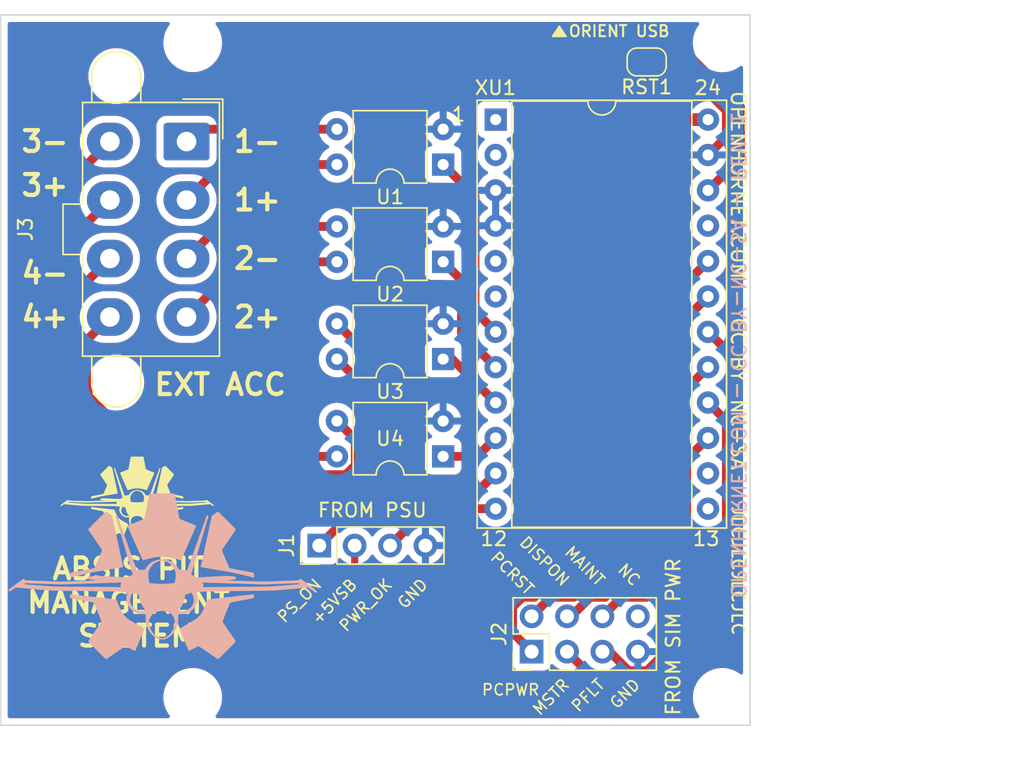
<source format=kicad_pcb>
(kicad_pcb (version 20211014) (generator pcbnew)
  (title_block (title "ABSIS Pit Management System") (date "2023-02-10") (rev "1") (company "www.openhornet.com") (comment 1 "License:  CC BY-NC-SA"))
  (layers (0 "F.Cu" mixed) (31 "B.Cu" mixed) (34 "B.Paste" user) (35 "F.Paste" user) (36 "B.SilkS" user "B.Silkscreen") (37 "F.SilkS" user "F.Silkscreen") (38 "B.Mask" user) (39 "F.Mask" user) (44 "Edge.Cuts" user))
  (net 0 "")
  (net 1 "GND")
  (net 2 "+5V")
  (net 3 "/A3")
  (net 4 "/A2")
  (net 5 "/A1")
  (net 6 "/A0")
  (net 7 "/D4_A6")
  (net 8 "/~{SCL_D3}")
  (net 9 "/SDA_D2")
  (net 10 "/~{D10_A10}")
  (net 11 "/D8_A8")
  (net 12 "/D16_MOSI")
  (net 13 "/D7")
  (net 14 "/D14_MISO")
  (net 15 "/~{D6_A7}")
  (net 16 "/D15_SCK")
  (net 17 "/TX0_D1")
  (net 18 "/~{D5}")
  (net 19 "/RX1_D0")
  (net 20 "/RST")
  (net 21 "/PWR_OK")
  (net 22 "/+5VSB")
  (net 23 "Net-(J2-Pad8)")
  (net 24 "/EXT_ACC4-")
  (net 25 "/EXT_ACC4+")
  (net 26 "/EXT_ACC3-")
  (net 27 "/EXT_ACC3+")
  (net 28 "/EXT_ACC2-")
  (net 29 "/EXT_ACC2+")
  (net 30 "/EXT_ACC1-")
  (net 31 "/EXT_ACC1+")
  (footprint "MountingHole:MountingHole_3.2mm_M3_DIN965" (layer "F.Cu") (at 155.81 65.81)
    (fp_text reference "H2" hide)
    (fp_text value "MH")
    (pad "" np_thru_hole circle locked (at 0 0) (size 3.2 3.2) (drill 3.2) (layers *.Cu *.Mask))
  )
  (footprint "MountingHole:MountingHole_3.2mm_M3_DIN965" (layer "F.Cu") (at 155.81 112.81)
    (fp_text reference "H4" hide)
    (fp_text value "MH")
    (pad "" np_thru_hole circle locked (at 0 0) (size 3.2 3.2) (drill 3.2) (layers *.Cu *.Mask))
  )
  (footprint "Package_DIP:DIP-24_W15.24mm_Socket" (layer "F.Cu") (at 139.5476 71.3232)
    (fp_text reference "XU1" (at -0.0127 -2.286) (layer "F.SilkS"))
    (fp_text value "ProMicro_5V/16Hz")
    (pad "1" thru_hole rect locked (at 0 0) (size 1.6 1.6) (drill 0.8) (layers *.Cu *.Mask) (net 17 "/TX0_D1"))
    (pad "2" thru_hole oval locked (at 0 2.54) (size 1.6 1.6) (drill 0.8) (layers *.Cu *.Mask) (net 19 "/RX1_D0"))
    (pad "3" thru_hole oval locked (at 0 5.08) (size 1.6 1.6) (drill 0.8) (layers *.Cu *.Mask) (net 1 "GND"))
    (pad "4" thru_hole oval locked (at 0 7.62) (size 1.6 1.6) (drill 0.8) (layers *.Cu *.Mask) (net 1 "GND"))
    (pad "5" thru_hole oval locked (at 0 10.16) (size 1.6 1.6) (drill 0.8) (layers *.Cu *.Mask) (net 9 "/SDA_D2"))
    (pad "6" thru_hole oval locked (at 0 12.7) (size 1.6 1.6) (drill 0.8) (layers *.Cu *.Mask) (net 8 "/~{SCL_D3}"))
    (pad "7" thru_hole oval locked (at 0 15.24) (size 1.6 1.6) (drill 0.8) (layers *.Cu *.Mask) (net 7 "/D4_A6"))
    (pad "8" thru_hole oval locked (at 0 17.78) (size 1.6 1.6) (drill 0.8) (layers *.Cu *.Mask) (net 18 "/~{D5}"))
    (pad "9" thru_hole oval locked (at 0 20.32) (size 1.6 1.6) (drill 0.8) (layers *.Cu *.Mask) (net 15 "/~{D6_A7}"))
    (pad "10" thru_hole oval locked (at 0 22.86) (size 1.6 1.6) (drill 0.8) (layers *.Cu *.Mask) (net 13 "/D7"))
    (pad "11" thru_hole oval locked (at 0 25.4) (size 1.6 1.6) (drill 0.8) (layers *.Cu *.Mask) (net 11 "/D8_A8"))
    (pad "12" thru_hole oval locked (at 0 27.94) (size 1.6 1.6) (drill 0.8) (layers *.Cu *.Mask) (net 21 "/PWR_OK"))
    (pad "13" thru_hole oval locked (at 15.24 27.94) (size 1.6 1.6) (drill 0.8) (layers *.Cu *.Mask) (net 10 "/~{D10_A10}"))
    (pad "14" thru_hole oval locked (at 15.24 25.4) (size 1.6 1.6) (drill 0.8) (layers *.Cu *.Mask) (net 12 "/D16_MOSI"))
    (pad "15" thru_hole oval locked (at 15.24 22.86) (size 1.6 1.6) (drill 0.8) (layers *.Cu *.Mask) (net 14 "/D14_MISO"))
    (pad "16" thru_hole oval locked (at 15.24 20.32) (size 1.6 1.6) (drill 0.8) (layers *.Cu *.Mask) (net 16 "/D15_SCK"))
    (pad "17" thru_hole oval locked (at 15.24 17.78) (size 1.6 1.6) (drill 0.8) (layers *.Cu *.Mask) (net 6 "/A0"))
    (pad "18" thru_hole oval locked (at 15.24 15.24) (size 1.6 1.6) (drill 0.8) (layers *.Cu *.Mask) (net 5 "/A1"))
    (pad "19" thru_hole oval locked (at 15.24 12.7) (size 1.6 1.6) (drill 0.8) (layers *.Cu *.Mask) (net 4 "/A2"))
    (pad "20" thru_hole oval locked (at 15.24 10.16) (size 1.6 1.6) (drill 0.8) (layers *.Cu *.Mask) (net 3 "/A3"))
    (pad "21" thru_hole oval locked (at 15.24 7.62) (size 1.6 1.6) (drill 0.8) (layers *.Cu *.Mask) (net 2 "+5V"))
    (pad "22" thru_hole oval locked (at 15.24 5.08) (size 1.6 1.6) (drill 0.8) (layers *.Cu *.Mask) (net 20 "/RST"))
    (pad "23" thru_hole oval locked (at 15.24 2.54) (size 1.6 1.6) (drill 0.8) (layers *.Cu *.Mask) (net 1 "GND"))
    (pad "24" thru_hole oval locked (at 15.24 0) (size 1.6 1.6) (drill 0.8) (layers *.Cu *.Mask) (net 22 "/+5VSB"))
  )
  (footprint "Connector_PinHeader_2.54mm:PinHeader_1x04_P2.54mm_Vertical" (layer "F.Cu") (at 126.89 101.91 90)
    (fp_text reference "J1" (at 0 -2.33 90) (layer "F.SilkS"))
    (fp_text value "FROM PSU" (at 2.54 3.81 180) (layer "F.SilkS"))
    (pad "1" thru_hole rect locked (at 0 0 90) (size 1.7 1.7) (drill 1) (layers *.Cu *.Mask) (net 11 "/D8_A8"))
    (pad "2" thru_hole oval locked (at 0 2.54 90) (size 1.7 1.7) (drill 1) (layers *.Cu *.Mask) (net 22 "/+5VSB"))
    (pad "3" thru_hole oval locked (at 0 5.08 90) (size 1.7 1.7) (drill 1) (layers *.Cu *.Mask) (net 21 "/PWR_OK"))
    (pad "4" thru_hole oval locked (at 0 7.62 90) (size 1.7 1.7) (drill 1) (layers *.Cu *.Mask) (net 1 "GND"))
  )
  (footprint "Connector_Molex:Molex_Mini-Fit_Jr_5566-08A2_2x04_P4.20mm_Vertical" (layer "F.Cu") (at 117.365 72.9 -90)
    (fp_text reference "J3" (at 6.3 11.555 90) (layer "F.SilkS"))
    (fp_text value "EXT ACC OUT")
    (pad "" np_thru_hole circle locked (at -4.7 5.04 270) (size 3 3) (drill 3) (layers *.Cu *.Mask))
    (pad "" np_thru_hole circle locked (at 17.3 5.04 270) (size 3 3) (drill 3) (layers *.Cu *.Mask))
    (pad "1" thru_hole roundrect locked (at 0 0 270) (size 2.7 3.3) (drill 1.4) (layers *.Cu *.Mask) (roundrect_rratio 0.09259296296) (net 30 "/EXT_ACC1-"))
    (pad "2" thru_hole oval locked (at 4.2 0 270) (size 2.7 3.3) (drill 1.4) (layers *.Cu *.Mask) (net 31 "/EXT_ACC1+"))
    (pad "3" thru_hole oval locked (at 8.4 0 270) (size 2.7 3.3) (drill 1.4) (layers *.Cu *.Mask) (net 28 "/EXT_ACC2-"))
    (pad "4" thru_hole oval locked (at 12.6 0 270) (size 2.7 3.3) (drill 1.4) (layers *.Cu *.Mask) (net 29 "/EXT_ACC2+"))
    (pad "5" thru_hole oval locked (at 0 5.5 270) (size 2.7 3.3) (drill 1.4) (layers *.Cu *.Mask) (net 26 "/EXT_ACC3-"))
    (pad "6" thru_hole oval locked (at 4.2 5.5 270) (size 2.7 3.3) (drill 1.4) (layers *.Cu *.Mask) (net 27 "/EXT_ACC3+"))
    (pad "7" thru_hole oval locked (at 8.4 5.5 270) (size 2.7 3.3) (drill 1.4) (layers *.Cu *.Mask) (net 24 "/EXT_ACC4-"))
    (pad "8" thru_hole oval locked (at 12.6 5.5 270) (size 2.7 3.3) (drill 1.4) (layers *.Cu *.Mask) (net 25 "/EXT_ACC4+"))
  )
  (footprint "KiCAD Libraries:OH_LOGO_ONLY_11x6mm" (layer "F.Cu") (at 113.8344 98.6302)
    (fp_text reference "LOGO1" hide)
    (fp_text value "OpenHornetLogoSmall" hide)
  )
  (footprint "Jumper:SolderJumper-2_P1.3mm_Open_RoundedPad1.0x1.5mm" (layer "F.Cu") (at 150.385 67.185 180)
    (fp_text reference "RST1" (at 0 -1.8) (layer "F.SilkS"))
    (fp_text value "RST")
    (pad "1" smd custom locked (at -0.65 0 180) (size 1 0.5) (layers "F.Cu" "F.Mask") (net 1 "GND") (options (clearance outline) (anchor rect)) (primitives (gr_circle (center 0 0.25) (end 0.5 0.25) (width 0) (fill yes)) (gr_circle (center 0 -0.25) (end 0.5 -0.25) (width 0) (fill yes)) (gr_poly (pts (xy 0 -0.75) (xy 0.5 -0.75) (xy 0.5 0.75) (xy 0 0.75)) (width 0) (fill yes))))
    (pad "2" smd custom locked (at 0.65 0 180) (size 1 0.5) (layers "F.Cu" "F.Mask") (net 20 "/RST") (options (clearance outline) (anchor rect)) (primitives (gr_circle (center 0 0.25) (end 0.5 0.25) (width 0) (fill yes)) (gr_circle (center 0 -0.25) (end 0.5 -0.25) (width 0) (fill yes)) (gr_poly (pts (xy 0 -0.75) (xy -0.5 -0.75) (xy -0.5 0.75) (xy 0 0.75)) (width 0) (fill yes))))
  )
  (footprint "Package_DIP:DIP-4_W7.62mm" (layer "F.Cu") (at 135.78 74.551 180)
    (fp_text reference "U1" (at 3.81 -2.33) (layer "F.SilkS"))
    (fp_text value "140817140010")
    (pad "1" thru_hole rect locked (at 0 0 180) (size 1.6 1.6) (drill 0.8) (layers *.Cu *.Mask) (net 7 "/D4_A6"))
    (pad "2" thru_hole oval locked (at 0 2.54 180) (size 1.6 1.6) (drill 0.8) (layers *.Cu *.Mask) (net 1 "GND"))
    (pad "3" thru_hole oval locked (at 7.62 2.54 180) (size 1.6 1.6) (drill 0.8) (layers *.Cu *.Mask) (net 30 "/EXT_ACC1-"))
    (pad "4" thru_hole oval locked (at 7.62 0 180) (size 1.6 1.6) (drill 0.8) (layers *.Cu *.Mask) (net 31 "/EXT_ACC1+"))
  )
  (footprint "Package_DIP:DIP-4_W7.62mm" (layer "F.Cu") (at 135.78 81.536 180)
    (fp_text reference "U2" (at 3.81 -2.33) (layer "F.SilkS"))
    (fp_text value "140817140010")
    (pad "1" thru_hole rect locked (at 0 0 180) (size 1.6 1.6) (drill 0.8) (layers *.Cu *.Mask) (net 18 "/~{D5}"))
    (pad "2" thru_hole oval locked (at 0 2.54 180) (size 1.6 1.6) (drill 0.8) (layers *.Cu *.Mask) (net 1 "GND"))
    (pad "3" thru_hole oval locked (at 7.62 2.54 180) (size 1.6 1.6) (drill 0.8) (layers *.Cu *.Mask) (net 28 "/EXT_ACC2-"))
    (pad "4" thru_hole oval locked (at 7.62 0 180) (size 1.6 1.6) (drill 0.8) (layers *.Cu *.Mask) (net 29 "/EXT_ACC2+"))
  )
  (footprint "Package_DIP:DIP-4_W7.62mm" (layer "F.Cu") (at 135.78 95.506 180)
    (fp_text reference "U4" (at 3.81 1.27) (layer "F.SilkS"))
    (fp_text value "140817140010")
    (pad "1" thru_hole rect locked (at 0 0 180) (size 1.6 1.6) (drill 0.8) (layers *.Cu *.Mask) (net 13 "/D7"))
    (pad "2" thru_hole oval locked (at 0 2.54 180) (size 1.6 1.6) (drill 0.8) (layers *.Cu *.Mask) (net 1 "GND"))
    (pad "3" thru_hole oval locked (at 7.62 2.54 180) (size 1.6 1.6) (drill 0.8) (layers *.Cu *.Mask) (net 24 "/EXT_ACC4-"))
    (pad "4" thru_hole oval locked (at 7.62 0 180) (size 1.6 1.6) (drill 0.8) (layers *.Cu *.Mask) (net 25 "/EXT_ACC4+"))
  )
  (footprint "Connector_PinHeader_2.54mm:PinHeader_2x04_P2.54mm_Vertical" (layer "F.Cu") (at 142.13 109.53 90)
    (fp_text reference "J2" (at 1.27 -2.33 90) (layer "F.SilkS"))
    (fp_text value "FROM SIM PWR" (at 1.07 10.16 270) (layer "F.SilkS"))
    (pad "1" thru_hole rect locked (at 0 0 90) (size 1.7 1.7) (drill 1) (layers *.Cu *.Mask) (net 3 "/A3"))
    (pad "2" thru_hole oval locked (at 2.54 0 90) (size 1.7 1.7) (drill 1) (layers *.Cu *.Mask) (net 4 "/A2"))
    (pad "3" thru_hole oval locked (at 0 2.54 90) (size 1.7 1.7) (drill 1) (layers *.Cu *.Mask) (net 5 "/A1"))
    (pad "4" thru_hole oval locked (at 2.54 2.54 90) (size 1.7 1.7) (drill 1) (layers *.Cu *.Mask) (net 6 "/A0"))
    (pad "5" thru_hole oval locked (at 0 5.08 90) (size 1.7 1.7) (drill 1) (layers *.Cu *.Mask) (net 16 "/D15_SCK"))
    (pad "6" thru_hole oval locked (at 2.54 5.08 90) (size 1.7 1.7) (drill 1) (layers *.Cu *.Mask) (net 14 "/D14_MISO"))
    (pad "7" thru_hole oval locked (at 0 7.62 90) (size 1.7 1.7) (drill 1) (layers *.Cu *.Mask) (net 1 "GND"))
    (pad "8" thru_hole oval locked (at 2.54 7.62 90) (size 1.7 1.7) (drill 1) (layers *.Cu *.Mask) (net 23 "Net-(J2-Pad8)"))
  )
  (footprint "Package_DIP:DIP-4_W7.62mm" (layer "F.Cu") (at 135.78 88.521 180)
    (fp_text reference "U3" (at 3.81 -2.33) (layer "F.SilkS"))
    (fp_text value "140817140010")
    (pad "1" thru_hole rect locked (at 0 0 180) (size 1.6 1.6) (drill 0.8) (layers *.Cu *.Mask) (net 15 "/~{D6_A7}"))
    (pad "2" thru_hole oval locked (at 0 2.54 180) (size 1.6 1.6) (drill 0.8) (layers *.Cu *.Mask) (net 1 "GND"))
    (pad "3" thru_hole oval locked (at 7.62 2.54 180) (size 1.6 1.6) (drill 0.8) (layers *.Cu *.Mask) (net 26 "/EXT_ACC3-"))
    (pad "4" thru_hole oval locked (at 7.62 0 180) (size 1.6 1.6) (drill 0.8) (layers *.Cu *.Mask) (net 27 "/EXT_ACC3+"))
  )
  (footprint "MountingHole:MountingHole_3.2mm_M3_DIN965" (layer "F.Cu") (at 117.81 65.81)
    (fp_text reference "H1" hide)
    (fp_text value "MH")
    (pad "" np_thru_hole circle locked (at 0 0) (size 3.2 3.2) (drill 3.2) (layers *.Cu *.Mask))
  )
  (footprint "MountingHole:MountingHole_3.2mm_M3_DIN965" (layer "F.Cu") (at 117.81 112.81)
    (fp_text reference "H3" hide)
    (fp_text value "MH")
    (pad "" np_thru_hole circle locked (at 0 0) (size 3.2 3.2) (drill 3.2) (layers *.Cu *.Mask))
  )
  (footprint "KiCAD Libraries:OH_LOGO_ONLY_22mm_12mm" (layer "B.Cu") (at 115.6378 104.2182 180)
    (fp_text reference "LOGO2" hide)
    (fp_text value "OpenHornetLogoSmall" hide)
  )
  (gr_poly (pts (xy 144.1149 64.6042) (xy 144.6149 65.3542) (xy 143.6149 65.3542)) (layer "F.SilkS") (width 0.1) (fill solid))
  (gr_line (start 157.81 114.81) (end 157.81 63.81) (layer "Edge.Cuts") (width 0.1))
  (gr_line (start 121.81 114.81) (end 104.03 114.81) (layer "Edge.Cuts") (width 0.1))
  (gr_line (start 121.81 114.81) (end 157.81 114.81) (layer "Edge.Cuts") (width 0.1))
  (gr_line (start 104.03 63.81) (end 104.03 114.81) (layer "Edge.Cuts") (width 0.1))
  (gr_line (start 121.81 63.81) (end 104.03 63.81) (layer "Edge.Cuts") (width 0.1))
  (gr_line (start 157.81 63.81) (end 121.81 63.81) (layer "Edge.Cuts") (width 0.1))
  (gr_text "OPENHORNET.COM - CC BY-NC-SA - REV: 1" (at 156.946 88.222 -90) (layer "B.SilkS") (effects (font (size 1 1)) (justify mirror)))
  (gr_text "OPENHORNET.COM - CC BY-NC-SA" (at 156.946 82.888 270) (layer "F.SilkS") (effects (font (size 1 1))))
  (gr_text "12" (at 139.42 101.43) (layer "F.SilkS") (effects (font (size 1 1))))
  (gr_text "13" (at 154.66 101.43) (layer "F.SilkS") (effects (font (size 1 1))))
  (gr_text "PCPWR" (at 142.765 112.27) (layer "F.SilkS") (effects (font (size 0.8 0.8) (thickness 0.125)) (justify right)))
  (gr_text "24" (at 154.7749 69.0372) (layer "F.SilkS") (effects (font (size 1 1))))
  (gr_text "EXT ACC" (at 119.778 90.353) (layer "F.SilkS") (effects (font (size 1.5 1.5) (thickness 0.3))))
  (gr_text "+5VSB" (at 129.43 104.45 45) (layer "F.SilkS") (effects (font (size 0.8 0.8) (thickness 0.125)) (justify right)))
  (gr_text "PWR_OK" (at 131.97 104.45 45) (layer "F.SilkS") (effects (font (size 0.8 0.8) (thickness 0.125)) (justify right)))
  (gr_text "GND" (at 134.51 104.45 45) (layer "F.SilkS") (effects (font (size 0.8 0.8) (thickness 0.125)) (justify right)))
  (gr_text "1-" (at 122.445 72.9) (layer "F.SilkS") (effects (font (size 1.5 1.5) (thickness 0.3))))
  (gr_text "1+" (at 122.445 77.1) (layer "F.SilkS") (effects (font (size 1.5 1.5) (thickness 0.3))))
  (gr_text "2-" (at 122.445 81.3) (layer "F.SilkS") (effects (font (size 1.5 1.5) (thickness 0.3))))
  (gr_text "2+" (at 122.445 85.5) (layer "F.SilkS") (effects (font (size 1.5 1.5) (thickness 0.3))))
  (gr_text "3-" (at 107.205 72.9) (layer "F.SilkS") (effects (font (size 1.5 1.5) (thickness 0.3))))
  (gr_text "4-" (at 107.205 82.35) (layer "F.SilkS") (effects (font (size 1.5 1.5) (thickness 0.3))))
  (gr_text "4+" (at 107.205 85.5) (layer "F.SilkS") (effects (font (size 1.5 1.5) (thickness 0.3))))
  (gr_text "3+" (at 107.205 76.05) (layer "F.SilkS") (effects (font (size 1.5 1.5) (thickness 0.3))))
  (gr_text "PCRST" (at 142.13 105.285 315) (layer "F.SilkS") (effects (font (size 0.8 0.8) (thickness 0.125)) (justify right)))
  (gr_text "MSTR" (at 144.67 111.635 45) (layer "F.SilkS") (effects (font (size 0.8 0.8) (thickness 0.125)) (justify right)))
  (gr_text "GND" (at 149.75 111.635 45) (layer "F.SilkS") (effects (font (size 0.8 0.8) (thickness 0.125)) (justify right)))
  (gr_text "DISPON" (at 144.67 104.65 -45) (layer "F.SilkS") (effects (font (size 0.8 0.8) (thickness 0.125)) (justify right)))
  (gr_text "MAINT" (at 147.21 104.65 -45) (layer "F.SilkS") (effects (font (size 0.8 0.8) (thickness 0.125)) (justify right)))
  (gr_text "PFLT" (at 147.21 111.635 45) (layer "F.SilkS") (effects (font (size 0.8 0.8) (thickness 0.125)) (justify right)))
  (gr_text "NC" (at 149.75 104.65 -45) (layer "F.SilkS") (effects (font (size 0.8 0.8) (thickness 0.125)) (justify right)))
  (gr_text "PS_ON" (at 126.89 104.45 45) (layer "F.SilkS") (effects (font (size 0.8 0.8) (thickness 0.125)) (justify right)))
  (gr_text "ABSIS PIT \nMANAGEMENT \nSYSTEM" (at 113.7836 105.9962) (layer "F.SilkS") (effects (font (size 1.5 1.5) (thickness 0.3))))
  (gr_text "ORIENT USB" (at 152.1079 64.9732) (layer "F.SilkS") (effects (font (size 0.8 0.8)) (justify right)))
  (gr_text "1" (at 136.88 70.95) (layer "F.SilkS") (effects (font (size 1 1))))
  (gr_text "JLCJLCJLCJLC" (at 156.946 103.716 270) (layer "F.SilkS") (effects (font (size 0.9 0.9))))
  (segment (start 154.7876 73.8632) (end 156.105101 72.545699) (width 0.635) (layer "F.Cu") (net 1))
  (segment (start 156.105101 72.545699) (end 156.105101 70.690799) (width 0.635) (layer "F.Cu") (net 1))
  (segment (start 156.105101 70.690799) (end 152.599302 67.185) (width 0.635) (layer "F.Cu") (net 1))
  (segment (start 152.599302 67.185) (end 151.035 67.185) (width 0.635) (layer "F.Cu") (net 1))
  (segment (start 149.340085 103.117469) (end 150.766001 101.691553) (width 0.635) (layer "F.Cu") (net 3))
  (segment (start 141.473599 105.622499) (end 142.316619 105.622499) (width 0.635) (layer "F.Cu") (net 3))
  (segment (start 150.766 85.5048) (end 154.7876 81.4832) (width 0.635) (layer "F.Cu") (net 3))
  (segment (start 145.647357 103.952479) (end 146.704875 103.952479) (width 0.635) (layer "F.Cu") (net 3))
  (segment (start 150.766001 101.691553) (end 150.766 85.5048) (width 0.635) (layer "F.Cu") (net 3))
  (segment (start 142.13 109.53) (end 140.762499 108.162499) (width 0.635) (layer "F.Cu") (net 3))
  (segment (start 147.539885 103.117469) (end 149.340085 103.117469) (width 0.635) (layer "F.Cu") (net 3))
  (segment (start 146.704875 103.952479) (end 147.539885 103.117469) (width 0.635) (layer "F.Cu") (net 3))
  (segment (start 143.151629 104.787489) (end 144.812347 104.787489) (width 0.635) (layer "F.Cu") (net 3))
  (segment (start 144.812347 104.787489) (end 145.647357 103.952479) (width 0.635) (layer "F.Cu") (net 3))
  (segment (start 142.316619 105.622499) (end 143.151629 104.787489) (width 0.635) (layer "F.Cu") (net 3))
  (segment (start 140.762499 108.162499) (end 140.762499 106.333599) (width 0.635) (layer "F.Cu") (net 3))
  (segment (start 140.762499 106.333599) (end 141.473599 105.622499) (width 0.635) (layer "F.Cu") (net 3))
  (segment (start 145.993229 104.787489) (end 147.050747 104.787489) (width 0.635) (layer "F.Cu") (net 4))
  (segment (start 151.601011 87.209789) (end 154.7876 84.0232) (width 0.635) (layer "F.Cu") (net 4))
  (segment (start 147.050747 104.787489) (end 147.885757 103.952479) (width 0.635) (layer "F.Cu") (net 4))
  (segment (start 151.601011 102.037425) (end 151.601011 87.209789) (width 0.635) (layer "F.Cu") (net 4))
  (segment (start 147.885757 103.952479) (end 149.685957 103.952479) (width 0.635) (layer "F.Cu") (net 4))
  (segment (start 149.685957 103.952479) (end 151.601011 102.037425) (width 0.635) (layer "F.Cu") (net 4))
  (segment (start 143.497501 105.622499) (end 145.158219 105.622499) (width 0.635) (layer "F.Cu") (net 4))
  (segment (start 142.13 106.99) (end 143.497501 105.622499) (width 0.635) (layer "F.Cu") (net 4))
  (segment (start 145.158219 105.622499) (end 145.993229 104.787489) (width 0.635) (layer "F.Cu") (net 4))
  (segment (start 146.8766 111.7366) (end 150.748185 111.7366) (width 0.635) (layer "F.Cu") (net 5))
  (segment (start 156.940112 105.544673) (end 156.940112 88.715712) (width 0.635) (layer "F.Cu") (net 5))
  (segment (start 156.940112 88.715712) (end 154.7876 86.5632) (width 0.635) (layer "F.Cu") (net 5))
  (segment (start 150.748185 111.7366) (end 156.940112 105.544673) (width 0.635) (layer "F.Cu") (net 5))
  (segment (start 144.67 109.53) (end 146.8766 111.7366) (width 0.635) (layer "F.Cu") (net 5))
  (segment (start 150.031829 104.787489) (end 152.436022 102.383296) (width 0.635) (layer "F.Cu") (net 6))
  (segment (start 148.231629 104.787489) (end 150.031829 104.787489) (width 0.635) (layer "F.Cu") (net 6))
  (segment (start 152.436022 102.383296) (end 152.436022 91.454778) (width 0.635) (layer "F.Cu") (net 6))
  (segment (start 147.396619 105.622499) (end 148.231629 104.787489) (width 0.635) (layer "F.Cu") (net 6))
  (segment (start 146.339101 105.622499) (end 147.396619 105.622499) (width 0.635) (layer "F.Cu") (net 6))
  (segment (start 144.9716 106.99) (end 146.339101 105.622499) (width 0.635) (layer "F.Cu") (net 6))
  (segment (start 152.436022 91.454778) (end 154.7876 89.1032) (width 0.635) (layer "F.Cu") (net 6))
  (segment (start 144.67 106.99) (end 144.9716 106.99) (width 0.635) (layer "F.Cu") (net 6))
  (segment (start 135.78 74.551) (end 138.066 76.837) (width 0.635) (layer "F.Cu") (net 7))
  (segment (start 138.066 76.837) (end 138.066 85.0816) (width 0.635) (layer "F.Cu") (net 7))
  (segment (start 138.066 85.0816) (end 139.5476 86.5632) (width 0.635) (layer "F.Cu") (net 7))
  (segment (start 126.89 101.91) (end 128.922 99.878) (width 0.635) (layer "F.Cu") (net 11))
  (segment (start 129.938 99.878) (end 131.716 98.1) (width 0.635) (layer "F.Cu") (net 11))
  (segment (start 131.716 98.1) (end 138.1708 98.1) (width 0.635) (layer "F.Cu") (net 11))
  (segment (start 138.1708 98.1) (end 139.5476 96.7232) (width 0.635) (layer "F.Cu") (net 11))
  (segment (start 128.922 99.878) (end 129.938 99.878) (width 0.635) (layer "F.Cu") (net 11))
  (segment (start 138.2248 95.506) (end 139.5476 94.1832) (width 0.635) (layer "F.Cu") (net 13))
  (segment (start 135.78 95.506) (end 138.2248 95.506) (width 0.635) (layer "F.Cu") (net 13))
  (segment (start 148.577501 105.622499) (end 150.377701 105.622499) (width 0.635) (layer "F.Cu") (net 14))
  (segment (start 150.377701 105.622499) (end 153.271033 102.729167) (width 0.635) (layer "F.Cu") (net 14))
  (segment (start 153.271033 102.729167) (end 153.271033 95.699767) (width 0.635) (layer "F.Cu") (net 14))
  (segment (start 153.271033 95.699767) (end 154.7876 94.1832) (width 0.635) (layer "F.Cu") (net 14))
  (segment (start 147.21 106.99) (end 148.577501 105.622499) (width 0.635) (layer "F.Cu") (net 14))
  (segment (start 136.4254 88.521) (end 139.5476 91.6432) (width 0.635) (layer "F.Cu") (net 15))
  (segment (start 135.78 88.521) (end 136.4254 88.521) (width 0.635) (layer "F.Cu") (net 15))
  (segment (start 156.105101 105.198801) (end 156.105101 92.960701) (width 0.635) (layer "F.Cu") (net 16))
  (segment (start 156.105101 92.960701) (end 154.7876 91.6432) (width 0.635) (layer "F.Cu") (net 16))
  (segment (start 147.726097 109.53) (end 149.093598 110.897501) (width 0.635) (layer "F.Cu") (net 16))
  (segment (start 149.093598 110.897501) (end 150.406401 110.897501) (width 0.635) (layer "F.Cu") (net 16))
  (segment (start 150.406401 110.897501) (end 156.105101 105.198801) (width 0.635) (layer "F.Cu") (net 16))
  (segment (start 147.21 109.53) (end 147.726097 109.53) (width 0.635) (layer "F.Cu") (net 16))
  (segment (start 135.78 81.536) (end 137.097501 82.853501) (width 0.635) (layer "F.Cu") (net 18))
  (segment (start 137.097501 82.853501) (end 137.097501 86.653101) (width 0.635) (layer "F.Cu") (net 18))
  (segment (start 137.097501 86.653101) (end 139.5476 89.1032) (width 0.635) (layer "F.Cu") (net 18))
  (segment (start 154.7876 76.4032) (end 157.116 74.0748) (width 0.635) (layer "F.Cu") (net 20))
  (segment (start 151.782 65.08) (end 151.158128 65.08) (width 0.635) (layer "F.Cu") (net 20))
  (segment (start 151.158128 65.08) (end 149.735 66.503128) (width 0.635) (layer "F.Cu") (net 20))
  (segment (start 157.116 74.0748) (end 157.116 70.414) (width 0.635) (layer "F.Cu") (net 20))
  (segment (start 157.116 70.414) (end 151.782 65.08) (width 0.635) (layer "F.Cu") (net 20))
  (segment (start 149.735 66.503128) (end 149.735 67.185) (width 0.635) (layer "F.Cu") (net 20))
  (segment (start 134.6168 99.2632) (end 139.5476 99.2632) (width 0.635) (layer "F.Cu") (net 21))
  (segment (start 131.97 101.91) (end 134.6168 99.2632) (width 0.635) (layer "F.Cu") (net 21))
  (segment (start 154.7876 71.3232) (end 152.5968 71.3232) (width 0.9144) (layer "F.Cu") (net 22))
  (segment (start 114.183501 96.823501) (end 109.364 92.004) (width 0.635) (layer "F.Cu") (net 24))
  (segment (start 109.364 83.801) (end 111.865 81.3) (width 0.635) (layer "F.Cu") (net 24))
  (segment (start 128.792401 96.823501) (end 114.183501 96.823501) (width 0.635) (layer "F.Cu") (net 24))
  (segment (start 129.477501 96.138401) (end 128.792401 96.823501) (width 0.635) (layer "F.Cu") (net 24))
  (segment (start 128.16 92.966) (end 129.477501 94.283501) (width 0.635) (layer "F.Cu") (net 24))
  (segment (start 129.477501 94.283501) (end 129.477501 96.138401) (width 0.635) (layer "F.Cu") (net 24))
  (segment (start 109.364 92.004) (end 109.364 83.801) (width 0.635) (layer "F.Cu") (net 24))
  (segment (start 128.16 95.506) (end 114.645098 95.506) (width 0.635) (layer "F.Cu") (net 25))
  (segment (start 114.645098 95.506) (end 110.307499 91.168401) (width 0.635) (layer "F.Cu") (net 25))
  (segment (start 110.307499 87.057501) (end 111.865 85.5) (width 0.635) (layer "F.Cu") (net 25))
  (segment (start 110.307499 91.168401) (end 110.307499 87.057501) (width 0.635) (layer "F.Cu") (net 25))
  (segment (start 128.16 85.981) (end 131.208 89.029) (width 0.635) (layer "F.Cu") (net 26))
  (segment (start 107.586001 77.178999) (end 111.865 72.9) (width 0.635) (layer "F.Cu") (net 26))
  (segment (start 113.428 98.608) (end 107.586001 92.766001) (width 0.635) (layer "F.Cu") (net 26))
  (segment (start 107.586001 92.766001) (end 107.586001 77.178999) (width 0.635) (layer "F.Cu") (net 26))
  (segment (start 131.208 89.029) (end 131.208 96.769668) (width 0.635) (layer "F.Cu") (net 26))
  (segment (start 129.369668 98.608) (end 113.428 98.608) (width 0.635) (layer "F.Cu") (net 26))
  (segment (start 131.208 96.769668) (end 129.369668 98.608) (width 0.635) (layer "F.Cu") (net 26))
  (segment (start 108.421011 92.420129) (end 108.421011 80.543989) (width 0.635) (layer "F.Cu") (net 27))
  (segment (start 130.312512 96.484273) (end 129.023796 97.772989) (width 0.635) (layer "F.Cu") (net 27))
  (segment (start 130.312512 90.673512) (end 130.312512 96.484273) (width 0.635) (layer "F.Cu") (net 27))
  (segment (start 128.16 88.521) (end 130.312512 90.673512) (width 0.635) (layer "F.Cu") (net 27))
  (segment (start 129.023796 97.772989) (end 113.773871 97.772989) (width 0.635) (layer "F.Cu") (net 27))
  (segment (start 108.421011 80.543989) (end 111.865 77.1) (width 0.635) (layer "F.Cu") (net 27))
  (segment (start 113.773871 97.772989) (end 108.421011 92.420129) (width 0.635) (layer "F.Cu") (net 27))
  (segment (start 119.669 78.996) (end 117.365 81.3) (width 0.635) (layer "F.Cu") (net 28))
  (segment (start 128.16 78.996) (end 119.669 78.996) (width 0.635) (layer "F.Cu") (net 28))
  (segment (start 121.329 81.536) (end 117.365 85.5) (width 0.635) (layer "F.Cu") (net 29))
  (segment (start 128.16 81.536) (end 121.329 81.536) (width 0.635) (layer "F.Cu") (net 29))
  (segment (start 118.254 72.011) (end 117.365 72.9) (width 0.635) (layer "F.Cu") (net 30))
  (segment (start 128.16 72.011) (end 118.254 72.011) (width 0.635) (layer "F.Cu") (net 30))
  (segment (start 128.16 74.551) (end 119.914 74.551) (width 0.635) (layer "F.Cu") (net 31))
  (segment (start 119.914 74.551) (end 117.365 77.1) (width 0.635) (layer "F.Cu") (net 31))
  (zone (net 22) (net_name "/+5VSB") (layer "F.Cu") (connect_pads (clearance 0.508)) (min_thickness 0.254) (fill yes (thermal_gap 0.508) (thermal_bridge_width 0.508))
    (polygon (pts (xy 157.81 114.81) (xy 104.03 114.81) (xy 104.03 63.81) (xy 157.81 63.81)))
  )
  (zone (net 1) (net_name "GND") (layer "B.Cu") (connect_pads (clearance 0.508)) (min_thickness 0.254) (fill yes (thermal_gap 0.508) (thermal_bridge_width 0.508))
    (polygon (pts (xy 157.81 114.81) (xy 104.03 114.81) (xy 104.03 63.81) (xy 157.81 63.81)))
  )
)
</source>
